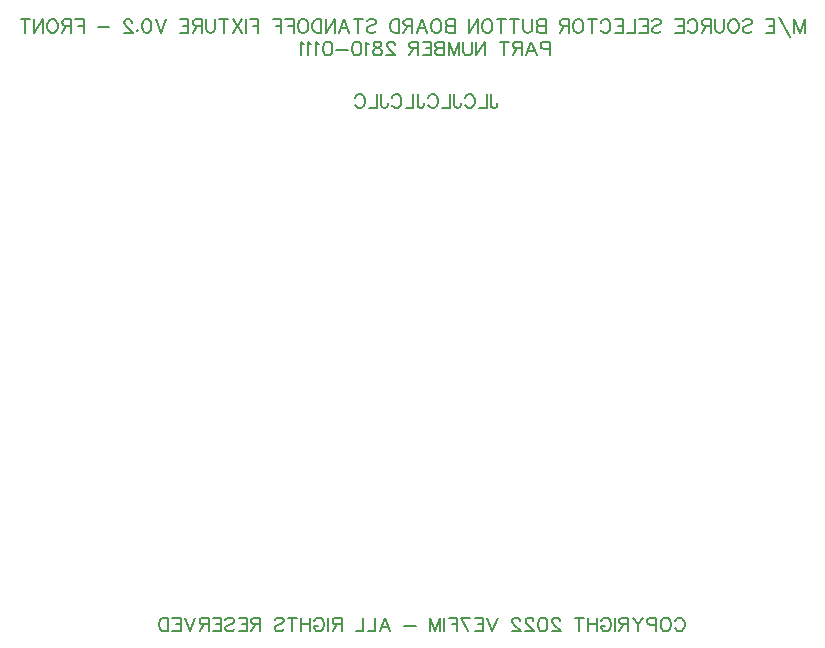
<source format=gbo>
G04 Layer: BottomSilkscreenLayer*
G04 EasyEDA v6.5.29, 2023-07-16 15:11:24*
G04 de9d243bdfbd4483b0fbc0b5f9d5b24a,5a6b42c53f6a479593ecc07194224c93,10*
G04 Gerber Generator version 0.2*
G04 Scale: 100 percent, Rotated: No, Reflected: No *
G04 Dimensions in millimeters *
G04 leading zeros omitted , absolute positions ,4 integer and 5 decimal *
%FSLAX45Y45*%
%MOMM*%

%ADD10C,0.2032*%
%ADD11C,0.2030*%

%LPD*%
D10*
X7810500Y9823889D02*
G01*
X7810500Y9709345D01*
X7810500Y9823889D02*
G01*
X7766862Y9709345D01*
X7723228Y9823889D02*
G01*
X7766862Y9709345D01*
X7723228Y9823889D02*
G01*
X7723228Y9709345D01*
X7589045Y9845708D02*
G01*
X7687228Y9671164D01*
X7553045Y9823889D02*
G01*
X7553045Y9709345D01*
X7553045Y9823889D02*
G01*
X7482136Y9823889D01*
X7553045Y9769345D02*
G01*
X7509410Y9769345D01*
X7553045Y9709345D02*
G01*
X7482136Y9709345D01*
X7285774Y9807526D02*
G01*
X7296683Y9818436D01*
X7313046Y9823889D01*
X7334864Y9823889D01*
X7351227Y9818436D01*
X7362136Y9807526D01*
X7362136Y9796617D01*
X7356683Y9785708D01*
X7351227Y9780254D01*
X7340318Y9774799D01*
X7307592Y9763889D01*
X7296683Y9758436D01*
X7291227Y9752982D01*
X7285774Y9742073D01*
X7285774Y9725708D01*
X7296683Y9714799D01*
X7313046Y9709345D01*
X7334864Y9709345D01*
X7351227Y9714799D01*
X7362136Y9725708D01*
X7217046Y9823889D02*
G01*
X7227956Y9818436D01*
X7238865Y9807526D01*
X7244318Y9796617D01*
X7249774Y9780254D01*
X7249774Y9752982D01*
X7244318Y9736617D01*
X7238865Y9725708D01*
X7227956Y9714799D01*
X7217046Y9709345D01*
X7195228Y9709345D01*
X7184318Y9714799D01*
X7173409Y9725708D01*
X7167956Y9736617D01*
X7162500Y9752982D01*
X7162500Y9780254D01*
X7167956Y9796617D01*
X7173409Y9807526D01*
X7184318Y9818436D01*
X7195228Y9823889D01*
X7217046Y9823889D01*
X7126500Y9823889D02*
G01*
X7126500Y9742073D01*
X7121047Y9725708D01*
X7110138Y9714799D01*
X7093772Y9709345D01*
X7082866Y9709345D01*
X7066500Y9714799D01*
X7055591Y9725708D01*
X7050138Y9742073D01*
X7050138Y9823889D01*
X7014138Y9823889D02*
G01*
X7014138Y9709345D01*
X7014138Y9823889D02*
G01*
X6965048Y9823889D01*
X6948683Y9818436D01*
X6943229Y9812982D01*
X6937773Y9802073D01*
X6937773Y9791164D01*
X6943229Y9780254D01*
X6948683Y9774799D01*
X6965048Y9769345D01*
X7014138Y9769345D01*
X6975955Y9769345D02*
G01*
X6937773Y9709345D01*
X6819955Y9796617D02*
G01*
X6825411Y9807526D01*
X6836321Y9818436D01*
X6847230Y9823889D01*
X6869046Y9823889D01*
X6879955Y9818436D01*
X6890865Y9807526D01*
X6896320Y9796617D01*
X6901774Y9780254D01*
X6901774Y9752982D01*
X6896320Y9736617D01*
X6890865Y9725708D01*
X6879955Y9714799D01*
X6869046Y9709345D01*
X6847230Y9709345D01*
X6836321Y9714799D01*
X6825411Y9725708D01*
X6819955Y9736617D01*
X6783956Y9823889D02*
G01*
X6783956Y9709345D01*
X6783956Y9823889D02*
G01*
X6713047Y9823889D01*
X6783956Y9769345D02*
G01*
X6740319Y9769345D01*
X6783956Y9709345D02*
G01*
X6713047Y9709345D01*
X6516684Y9807526D02*
G01*
X6527594Y9818436D01*
X6543956Y9823889D01*
X6565775Y9823889D01*
X6582138Y9818436D01*
X6593047Y9807526D01*
X6593047Y9796617D01*
X6587594Y9785708D01*
X6582138Y9780254D01*
X6571228Y9774799D01*
X6538503Y9763889D01*
X6527594Y9758436D01*
X6522138Y9752982D01*
X6516684Y9742073D01*
X6516684Y9725708D01*
X6527594Y9714799D01*
X6543956Y9709345D01*
X6565775Y9709345D01*
X6582138Y9714799D01*
X6593047Y9725708D01*
X6480685Y9823889D02*
G01*
X6480685Y9709345D01*
X6480685Y9823889D02*
G01*
X6409776Y9823889D01*
X6480685Y9769345D02*
G01*
X6437048Y9769345D01*
X6480685Y9709345D02*
G01*
X6409776Y9709345D01*
X6373774Y9823889D02*
G01*
X6373774Y9709345D01*
X6373774Y9709345D02*
G01*
X6308321Y9709345D01*
X6272321Y9823889D02*
G01*
X6272321Y9709345D01*
X6272321Y9823889D02*
G01*
X6201412Y9823889D01*
X6272321Y9769345D02*
G01*
X6228684Y9769345D01*
X6272321Y9709345D02*
G01*
X6201412Y9709345D01*
X6083594Y9796617D02*
G01*
X6089048Y9807526D01*
X6099957Y9818436D01*
X6110866Y9823889D01*
X6132685Y9823889D01*
X6143594Y9818436D01*
X6154503Y9807526D01*
X6159957Y9796617D01*
X6165413Y9780254D01*
X6165413Y9752982D01*
X6159957Y9736617D01*
X6154503Y9725708D01*
X6143594Y9714799D01*
X6132685Y9709345D01*
X6110866Y9709345D01*
X6099957Y9714799D01*
X6089048Y9725708D01*
X6083594Y9736617D01*
X6009413Y9823889D02*
G01*
X6009413Y9709345D01*
X6047595Y9823889D02*
G01*
X5971230Y9823889D01*
X5902502Y9823889D02*
G01*
X5913412Y9818436D01*
X5924321Y9807526D01*
X5929777Y9796617D01*
X5935230Y9780254D01*
X5935230Y9752982D01*
X5929777Y9736617D01*
X5924321Y9725708D01*
X5913412Y9714799D01*
X5902502Y9709345D01*
X5880686Y9709345D01*
X5869777Y9714799D01*
X5858868Y9725708D01*
X5853412Y9736617D01*
X5847958Y9752982D01*
X5847958Y9780254D01*
X5853412Y9796617D01*
X5858868Y9807526D01*
X5869777Y9818436D01*
X5880686Y9823889D01*
X5902502Y9823889D01*
X5811959Y9823889D02*
G01*
X5811959Y9709345D01*
X5811959Y9823889D02*
G01*
X5762868Y9823889D01*
X5746503Y9818436D01*
X5741050Y9812982D01*
X5735594Y9802073D01*
X5735594Y9791164D01*
X5741050Y9780254D01*
X5746503Y9774799D01*
X5762868Y9769345D01*
X5811959Y9769345D01*
X5773775Y9769345D02*
G01*
X5735594Y9709345D01*
X5615594Y9823889D02*
G01*
X5615594Y9709345D01*
X5615594Y9823889D02*
G01*
X5566503Y9823889D01*
X5550141Y9818436D01*
X5544685Y9812982D01*
X5539231Y9802073D01*
X5539231Y9791164D01*
X5544685Y9780254D01*
X5550141Y9774799D01*
X5566503Y9769345D01*
X5615594Y9769345D02*
G01*
X5566503Y9769345D01*
X5550141Y9763889D01*
X5544685Y9758436D01*
X5539231Y9747526D01*
X5539231Y9731164D01*
X5544685Y9720254D01*
X5550141Y9714799D01*
X5566503Y9709345D01*
X5615594Y9709345D01*
X5503232Y9823889D02*
G01*
X5503232Y9742073D01*
X5497776Y9725708D01*
X5486867Y9714799D01*
X5470504Y9709345D01*
X5459595Y9709345D01*
X5443232Y9714799D01*
X5432323Y9725708D01*
X5426867Y9742073D01*
X5426867Y9823889D01*
X5352686Y9823889D02*
G01*
X5352686Y9709345D01*
X5390868Y9823889D02*
G01*
X5314505Y9823889D01*
X5240322Y9823889D02*
G01*
X5240322Y9709345D01*
X5278506Y9823889D02*
G01*
X5202140Y9823889D01*
X5133413Y9823889D02*
G01*
X5144322Y9818436D01*
X5155232Y9807526D01*
X5160688Y9796617D01*
X5166141Y9780254D01*
X5166141Y9752982D01*
X5160688Y9736617D01*
X5155232Y9725708D01*
X5144322Y9714799D01*
X5133413Y9709345D01*
X5111595Y9709345D01*
X5100688Y9714799D01*
X5089779Y9725708D01*
X5084323Y9736617D01*
X5078869Y9752982D01*
X5078869Y9780254D01*
X5084323Y9796617D01*
X5089779Y9807526D01*
X5100688Y9818436D01*
X5111595Y9823889D01*
X5133413Y9823889D01*
X5042870Y9823889D02*
G01*
X5042870Y9709345D01*
X5042870Y9823889D02*
G01*
X4966505Y9709345D01*
X4966505Y9823889D02*
G01*
X4966505Y9709345D01*
X4846505Y9823889D02*
G01*
X4846505Y9709345D01*
X4846505Y9823889D02*
G01*
X4797414Y9823889D01*
X4781052Y9818436D01*
X4775596Y9812982D01*
X4770142Y9802073D01*
X4770142Y9791164D01*
X4775596Y9780254D01*
X4781052Y9774799D01*
X4797414Y9769345D01*
X4846505Y9769345D02*
G01*
X4797414Y9769345D01*
X4781052Y9763889D01*
X4775596Y9758436D01*
X4770142Y9747526D01*
X4770142Y9731164D01*
X4775596Y9720254D01*
X4781052Y9714799D01*
X4797414Y9709345D01*
X4846505Y9709345D01*
X4701415Y9823889D02*
G01*
X4712324Y9818436D01*
X4723234Y9807526D01*
X4728687Y9796617D01*
X4734143Y9780254D01*
X4734143Y9752982D01*
X4728687Y9736617D01*
X4723234Y9725708D01*
X4712324Y9714799D01*
X4701415Y9709345D01*
X4679596Y9709345D01*
X4668687Y9714799D01*
X4657778Y9725708D01*
X4652324Y9736617D01*
X4646869Y9752982D01*
X4646869Y9780254D01*
X4652324Y9796617D01*
X4657778Y9807526D01*
X4668687Y9818436D01*
X4679596Y9823889D01*
X4701415Y9823889D01*
X4567234Y9823889D02*
G01*
X4610869Y9709345D01*
X4567234Y9823889D02*
G01*
X4523597Y9709345D01*
X4594506Y9747526D02*
G01*
X4539960Y9747526D01*
X4487598Y9823889D02*
G01*
X4487598Y9709345D01*
X4487598Y9823889D02*
G01*
X4438507Y9823889D01*
X4422142Y9818436D01*
X4416689Y9812982D01*
X4411233Y9802073D01*
X4411233Y9791164D01*
X4416689Y9780254D01*
X4422142Y9774799D01*
X4438507Y9769345D01*
X4487598Y9769345D01*
X4449417Y9769345D02*
G01*
X4411233Y9709345D01*
X4375233Y9823889D02*
G01*
X4375233Y9709345D01*
X4375233Y9823889D02*
G01*
X4337052Y9823889D01*
X4320689Y9818436D01*
X4309780Y9807526D01*
X4304324Y9796617D01*
X4298871Y9780254D01*
X4298871Y9752982D01*
X4304324Y9736617D01*
X4309780Y9725708D01*
X4320689Y9714799D01*
X4337052Y9709345D01*
X4375233Y9709345D01*
X4102506Y9807526D02*
G01*
X4113415Y9818436D01*
X4129780Y9823889D01*
X4151596Y9823889D01*
X4167962Y9818436D01*
X4178871Y9807526D01*
X4178871Y9796617D01*
X4173415Y9785708D01*
X4167962Y9780254D01*
X4157052Y9774799D01*
X4124325Y9763889D01*
X4113415Y9758436D01*
X4107962Y9752982D01*
X4102506Y9742073D01*
X4102506Y9725708D01*
X4113415Y9714799D01*
X4129780Y9709345D01*
X4151596Y9709345D01*
X4167962Y9714799D01*
X4178871Y9725708D01*
X4028325Y9823889D02*
G01*
X4028325Y9709345D01*
X4066506Y9823889D02*
G01*
X3990144Y9823889D01*
X3910507Y9823889D02*
G01*
X3954145Y9709345D01*
X3910507Y9823889D02*
G01*
X3866870Y9709345D01*
X3937779Y9747526D02*
G01*
X3883235Y9747526D01*
X3830871Y9823889D02*
G01*
X3830871Y9709345D01*
X3830871Y9823889D02*
G01*
X3754508Y9709345D01*
X3754508Y9823889D02*
G01*
X3754508Y9709345D01*
X3718509Y9823889D02*
G01*
X3718509Y9709345D01*
X3718509Y9823889D02*
G01*
X3680325Y9823889D01*
X3663962Y9818436D01*
X3653053Y9807526D01*
X3647600Y9796617D01*
X3642144Y9780254D01*
X3642144Y9752982D01*
X3647600Y9736617D01*
X3653053Y9725708D01*
X3663962Y9714799D01*
X3680325Y9709345D01*
X3718509Y9709345D01*
X3573416Y9823889D02*
G01*
X3584326Y9818436D01*
X3595235Y9807526D01*
X3600691Y9796617D01*
X3606144Y9780254D01*
X3606144Y9752982D01*
X3600691Y9736617D01*
X3595235Y9725708D01*
X3584326Y9714799D01*
X3573416Y9709345D01*
X3551598Y9709345D01*
X3540691Y9714799D01*
X3529782Y9725708D01*
X3524326Y9736617D01*
X3518872Y9752982D01*
X3518872Y9780254D01*
X3524326Y9796617D01*
X3529782Y9807526D01*
X3540691Y9818436D01*
X3551598Y9823889D01*
X3573416Y9823889D01*
X3482873Y9823889D02*
G01*
X3482873Y9709345D01*
X3482873Y9823889D02*
G01*
X3411964Y9823889D01*
X3482873Y9769345D02*
G01*
X3439236Y9769345D01*
X3375962Y9823889D02*
G01*
X3375962Y9709345D01*
X3375962Y9823889D02*
G01*
X3305055Y9823889D01*
X3375962Y9769345D02*
G01*
X3332327Y9769345D01*
X3185055Y9823889D02*
G01*
X3185055Y9709345D01*
X3185055Y9823889D02*
G01*
X3114146Y9823889D01*
X3185055Y9769345D02*
G01*
X3141418Y9769345D01*
X3078144Y9823889D02*
G01*
X3078144Y9709345D01*
X3042145Y9823889D02*
G01*
X2965782Y9709345D01*
X2965782Y9823889D02*
G01*
X3042145Y9709345D01*
X2891599Y9823889D02*
G01*
X2891599Y9709345D01*
X2929783Y9823889D02*
G01*
X2853418Y9823889D01*
X2817418Y9823889D02*
G01*
X2817418Y9742073D01*
X2811965Y9725708D01*
X2801056Y9714799D01*
X2784690Y9709345D01*
X2773781Y9709345D01*
X2757418Y9714799D01*
X2746509Y9725708D01*
X2741056Y9742073D01*
X2741056Y9823889D01*
X2705056Y9823889D02*
G01*
X2705056Y9709345D01*
X2705056Y9823889D02*
G01*
X2655963Y9823889D01*
X2639601Y9818436D01*
X2634147Y9812982D01*
X2628691Y9802073D01*
X2628691Y9791164D01*
X2634147Y9780254D01*
X2639601Y9774799D01*
X2655963Y9769345D01*
X2705056Y9769345D01*
X2666872Y9769345D02*
G01*
X2628691Y9709345D01*
X2592692Y9823889D02*
G01*
X2592692Y9709345D01*
X2592692Y9823889D02*
G01*
X2521783Y9823889D01*
X2592692Y9769345D02*
G01*
X2549055Y9769345D01*
X2592692Y9709345D02*
G01*
X2521783Y9709345D01*
X2401783Y9823889D02*
G01*
X2358146Y9709345D01*
X2314511Y9823889D02*
G01*
X2358146Y9709345D01*
X2245784Y9823889D02*
G01*
X2262146Y9818436D01*
X2273056Y9802073D01*
X2278512Y9774799D01*
X2278512Y9758436D01*
X2273056Y9731164D01*
X2262146Y9714799D01*
X2245784Y9709345D01*
X2234874Y9709345D01*
X2218512Y9714799D01*
X2207602Y9731164D01*
X2202146Y9758436D01*
X2202146Y9774799D01*
X2207602Y9802073D01*
X2218512Y9818436D01*
X2234874Y9823889D01*
X2245784Y9823889D01*
X2160694Y9736617D02*
G01*
X2166147Y9731164D01*
X2160694Y9725708D01*
X2155238Y9731164D01*
X2160694Y9736617D01*
X2113782Y9796617D02*
G01*
X2113782Y9802073D01*
X2108329Y9812982D01*
X2102876Y9818436D01*
X2091966Y9823889D01*
X2070148Y9823889D01*
X2059238Y9818436D01*
X2053783Y9812982D01*
X2048329Y9802073D01*
X2048329Y9791164D01*
X2053783Y9780254D01*
X2064692Y9763889D01*
X2119238Y9709345D01*
X2042876Y9709345D01*
X1922876Y9758436D02*
G01*
X1824692Y9758436D01*
X1704693Y9823889D02*
G01*
X1704693Y9709345D01*
X1704693Y9823889D02*
G01*
X1633783Y9823889D01*
X1704693Y9769345D02*
G01*
X1661058Y9769345D01*
X1597784Y9823889D02*
G01*
X1597784Y9709345D01*
X1597784Y9823889D02*
G01*
X1548693Y9823889D01*
X1532331Y9818436D01*
X1526875Y9812982D01*
X1521421Y9802073D01*
X1521421Y9791164D01*
X1526875Y9780254D01*
X1532331Y9774799D01*
X1548693Y9769345D01*
X1597784Y9769345D01*
X1559603Y9769345D02*
G01*
X1521421Y9709345D01*
X1452694Y9823889D02*
G01*
X1463603Y9818436D01*
X1474513Y9807526D01*
X1479966Y9796617D01*
X1485422Y9780254D01*
X1485422Y9752982D01*
X1479966Y9736617D01*
X1474513Y9725708D01*
X1463603Y9714799D01*
X1452694Y9709345D01*
X1430875Y9709345D01*
X1419966Y9714799D01*
X1409057Y9725708D01*
X1403604Y9736617D01*
X1398148Y9752982D01*
X1398148Y9780254D01*
X1403604Y9796617D01*
X1409057Y9807526D01*
X1419966Y9818436D01*
X1430875Y9823889D01*
X1452694Y9823889D01*
X1362148Y9823889D02*
G01*
X1362148Y9709345D01*
X1362148Y9823889D02*
G01*
X1285786Y9709345D01*
X1285786Y9823889D02*
G01*
X1285786Y9709345D01*
X1211602Y9823889D02*
G01*
X1211602Y9709345D01*
X1249786Y9823889D02*
G01*
X1173421Y9823889D01*
X5152390Y9188958D02*
G01*
X5152390Y9101581D01*
X5157977Y9085326D01*
X5163311Y9079737D01*
X5174234Y9074404D01*
X5185156Y9074404D01*
X5196077Y9079737D01*
X5201665Y9085326D01*
X5207000Y9101581D01*
X5207000Y9112504D01*
X5116575Y9188958D02*
G01*
X5116575Y9074404D01*
X5116575Y9074404D02*
G01*
X5051043Y9074404D01*
X4933188Y9161526D02*
G01*
X4938522Y9172447D01*
X4949443Y9183370D01*
X4960365Y9188958D01*
X4982209Y9188958D01*
X4993131Y9183370D01*
X5004054Y9172447D01*
X5009641Y9161526D01*
X5014975Y9145270D01*
X5014975Y9118092D01*
X5009641Y9101581D01*
X5004054Y9090660D01*
X4993131Y9079737D01*
X4982209Y9074404D01*
X4960365Y9074404D01*
X4949443Y9079737D01*
X4938522Y9090660D01*
X4933188Y9101581D01*
X4842763Y9188958D02*
G01*
X4842763Y9101581D01*
X4848097Y9085326D01*
X4853431Y9079737D01*
X4864354Y9074404D01*
X4875275Y9074404D01*
X4886197Y9079737D01*
X4891786Y9085326D01*
X4897120Y9101581D01*
X4897120Y9112504D01*
X4806695Y9188958D02*
G01*
X4806695Y9074404D01*
X4806695Y9074404D02*
G01*
X4741163Y9074404D01*
X4623308Y9161526D02*
G01*
X4628895Y9172447D01*
X4639818Y9183370D01*
X4650740Y9188958D01*
X4672329Y9188958D01*
X4683252Y9183370D01*
X4694174Y9172447D01*
X4699761Y9161526D01*
X4705095Y9145270D01*
X4705095Y9118092D01*
X4699761Y9101581D01*
X4694174Y9090660D01*
X4683252Y9079737D01*
X4672329Y9074404D01*
X4650740Y9074404D01*
X4639818Y9079737D01*
X4628895Y9090660D01*
X4623308Y9101581D01*
X4532884Y9188958D02*
G01*
X4532884Y9101581D01*
X4538218Y9085326D01*
X4543806Y9079737D01*
X4554727Y9074404D01*
X4565650Y9074404D01*
X4576572Y9079737D01*
X4581906Y9085326D01*
X4587240Y9101581D01*
X4587240Y9112504D01*
X4496815Y9188958D02*
G01*
X4496815Y9074404D01*
X4496815Y9074404D02*
G01*
X4431284Y9074404D01*
X4313427Y9161526D02*
G01*
X4319015Y9172447D01*
X4329938Y9183370D01*
X4340859Y9188958D01*
X4362704Y9188958D01*
X4373625Y9183370D01*
X4384547Y9172447D01*
X4389881Y9161526D01*
X4395470Y9145270D01*
X4395470Y9118092D01*
X4389881Y9101581D01*
X4384547Y9090660D01*
X4373625Y9079737D01*
X4362704Y9074404D01*
X4340859Y9074404D01*
X4329938Y9079737D01*
X4319015Y9090660D01*
X4313427Y9101581D01*
X4223004Y9188958D02*
G01*
X4223004Y9101581D01*
X4228338Y9085326D01*
X4233925Y9079737D01*
X4244847Y9074404D01*
X4255770Y9074404D01*
X4266691Y9079737D01*
X4272025Y9085326D01*
X4277613Y9101581D01*
X4277613Y9112504D01*
X4186936Y9188958D02*
G01*
X4186936Y9074404D01*
X4186936Y9074404D02*
G01*
X4121658Y9074404D01*
X4003802Y9161526D02*
G01*
X4009136Y9172447D01*
X4020058Y9183370D01*
X4030979Y9188958D01*
X4052824Y9188958D01*
X4063745Y9183370D01*
X4074668Y9172447D01*
X4080002Y9161526D01*
X4085590Y9145270D01*
X4085590Y9118092D01*
X4080002Y9101581D01*
X4074668Y9090660D01*
X4063745Y9079737D01*
X4052824Y9074404D01*
X4030979Y9074404D01*
X4020058Y9079737D01*
X4009136Y9090660D01*
X4003802Y9101581D01*
D11*
X6712681Y4729317D02*
G01*
X6718137Y4740226D01*
X6729046Y4751136D01*
X6739953Y4756589D01*
X6761772Y4756589D01*
X6772681Y4751136D01*
X6783590Y4740226D01*
X6789046Y4729317D01*
X6794500Y4712954D01*
X6794500Y4685682D01*
X6789046Y4669317D01*
X6783590Y4658408D01*
X6772681Y4647498D01*
X6761772Y4642045D01*
X6739953Y4642045D01*
X6729046Y4647498D01*
X6718137Y4658408D01*
X6712681Y4669317D01*
X6643954Y4756589D02*
G01*
X6654863Y4751136D01*
X6665772Y4740226D01*
X6671228Y4729317D01*
X6676682Y4712954D01*
X6676682Y4685682D01*
X6671228Y4669317D01*
X6665772Y4658408D01*
X6654863Y4647498D01*
X6643954Y4642045D01*
X6622135Y4642045D01*
X6611228Y4647498D01*
X6600319Y4658408D01*
X6594863Y4669317D01*
X6589410Y4685682D01*
X6589410Y4712954D01*
X6594863Y4729317D01*
X6600319Y4740226D01*
X6611228Y4751136D01*
X6622135Y4756589D01*
X6643954Y4756589D01*
X6553410Y4756589D02*
G01*
X6553410Y4642045D01*
X6553410Y4756589D02*
G01*
X6504317Y4756589D01*
X6487955Y4751136D01*
X6482501Y4745682D01*
X6477045Y4734773D01*
X6477045Y4718408D01*
X6482501Y4707498D01*
X6487955Y4702045D01*
X6504317Y4696589D01*
X6553410Y4696589D01*
X6441046Y4756589D02*
G01*
X6397409Y4702045D01*
X6397409Y4642045D01*
X6353774Y4756589D02*
G01*
X6397409Y4702045D01*
X6317772Y4756589D02*
G01*
X6317772Y4642045D01*
X6317772Y4756589D02*
G01*
X6268681Y4756589D01*
X6252319Y4751136D01*
X6246865Y4745682D01*
X6241409Y4734773D01*
X6241409Y4723864D01*
X6246865Y4712954D01*
X6252319Y4707498D01*
X6268681Y4702045D01*
X6317772Y4702045D01*
X6279591Y4702045D02*
G01*
X6241409Y4642045D01*
X6205410Y4756589D02*
G01*
X6205410Y4642045D01*
X6087592Y4729317D02*
G01*
X6093045Y4740226D01*
X6103955Y4751136D01*
X6114864Y4756589D01*
X6136683Y4756589D01*
X6147592Y4751136D01*
X6158501Y4740226D01*
X6163955Y4729317D01*
X6169411Y4712954D01*
X6169411Y4685682D01*
X6163955Y4669317D01*
X6158501Y4658408D01*
X6147592Y4647498D01*
X6136683Y4642045D01*
X6114864Y4642045D01*
X6103955Y4647498D01*
X6093045Y4658408D01*
X6087592Y4669317D01*
X6087592Y4685682D01*
X6114864Y4685682D02*
G01*
X6087592Y4685682D01*
X6051593Y4756589D02*
G01*
X6051593Y4642045D01*
X5975228Y4756589D02*
G01*
X5975228Y4642045D01*
X6051593Y4702045D02*
G01*
X5975228Y4702045D01*
X5901047Y4756589D02*
G01*
X5901047Y4642045D01*
X5939228Y4756589D02*
G01*
X5862866Y4756589D01*
X5737410Y4729317D02*
G01*
X5737410Y4734773D01*
X5731957Y4745682D01*
X5726501Y4751136D01*
X5715591Y4756589D01*
X5693775Y4756589D01*
X5682866Y4751136D01*
X5677410Y4745682D01*
X5671957Y4734773D01*
X5671957Y4723864D01*
X5677410Y4712954D01*
X5688319Y4696589D01*
X5742866Y4642045D01*
X5666501Y4642045D01*
X5597773Y4756589D02*
G01*
X5614139Y4751136D01*
X5625048Y4734773D01*
X5630501Y4707498D01*
X5630501Y4691136D01*
X5625048Y4663864D01*
X5614139Y4647498D01*
X5597773Y4642045D01*
X5586867Y4642045D01*
X5570501Y4647498D01*
X5559592Y4663864D01*
X5554139Y4691136D01*
X5554139Y4707498D01*
X5559592Y4734773D01*
X5570501Y4751136D01*
X5586867Y4756589D01*
X5597773Y4756589D01*
X5512683Y4729317D02*
G01*
X5512683Y4734773D01*
X5507230Y4745682D01*
X5501774Y4751136D01*
X5490865Y4756589D01*
X5469049Y4756589D01*
X5458139Y4751136D01*
X5452684Y4745682D01*
X5447230Y4734773D01*
X5447230Y4723864D01*
X5452684Y4712954D01*
X5463593Y4696589D01*
X5518139Y4642045D01*
X5441774Y4642045D01*
X5400321Y4729317D02*
G01*
X5400321Y4734773D01*
X5394866Y4745682D01*
X5389412Y4751136D01*
X5378503Y4756589D01*
X5356684Y4756589D01*
X5345775Y4751136D01*
X5340322Y4745682D01*
X5334866Y4734773D01*
X5334866Y4723864D01*
X5340322Y4712954D01*
X5351231Y4696589D01*
X5405775Y4642045D01*
X5329412Y4642045D01*
X5209413Y4756589D02*
G01*
X5165775Y4642045D01*
X5122138Y4756589D02*
G01*
X5165775Y4642045D01*
X5086139Y4756589D02*
G01*
X5086139Y4642045D01*
X5086139Y4756589D02*
G01*
X5015229Y4756589D01*
X5086139Y4702045D02*
G01*
X5042504Y4702045D01*
X5086139Y4642045D02*
G01*
X5015229Y4642045D01*
X4902868Y4756589D02*
G01*
X4957411Y4642045D01*
X4979230Y4756589D02*
G01*
X4902868Y4756589D01*
X4866868Y4756589D02*
G01*
X4866868Y4642045D01*
X4866868Y4756589D02*
G01*
X4795959Y4756589D01*
X4866868Y4702045D02*
G01*
X4823231Y4702045D01*
X4759957Y4756589D02*
G01*
X4759957Y4642045D01*
X4723958Y4756589D02*
G01*
X4723958Y4642045D01*
X4723958Y4756589D02*
G01*
X4680323Y4642045D01*
X4636686Y4756589D02*
G01*
X4680323Y4642045D01*
X4636686Y4756589D02*
G01*
X4636686Y4642045D01*
X4516686Y4691136D02*
G01*
X4418505Y4691136D01*
X4254868Y4756589D02*
G01*
X4298505Y4642045D01*
X4254868Y4756589D02*
G01*
X4211233Y4642045D01*
X4282140Y4680226D02*
G01*
X4227596Y4680226D01*
X4175231Y4756589D02*
G01*
X4175231Y4642045D01*
X4175231Y4642045D02*
G01*
X4109778Y4642045D01*
X4073779Y4756589D02*
G01*
X4073779Y4642045D01*
X4073779Y4642045D02*
G01*
X4008323Y4642045D01*
X3888323Y4756589D02*
G01*
X3888323Y4642045D01*
X3888323Y4756589D02*
G01*
X3839232Y4756589D01*
X3822870Y4751136D01*
X3817414Y4745682D01*
X3811960Y4734773D01*
X3811960Y4723864D01*
X3817414Y4712954D01*
X3822870Y4707498D01*
X3839232Y4702045D01*
X3888323Y4702045D01*
X3850142Y4702045D02*
G01*
X3811960Y4642045D01*
X3775961Y4756589D02*
G01*
X3775961Y4642045D01*
X3658143Y4729317D02*
G01*
X3663596Y4740226D01*
X3674506Y4751136D01*
X3685415Y4756589D01*
X3707234Y4756589D01*
X3718143Y4751136D01*
X3729052Y4740226D01*
X3734506Y4729317D01*
X3739959Y4712954D01*
X3739959Y4685682D01*
X3734506Y4669317D01*
X3729052Y4658408D01*
X3718143Y4647498D01*
X3707234Y4642045D01*
X3685415Y4642045D01*
X3674506Y4647498D01*
X3663596Y4658408D01*
X3658143Y4669317D01*
X3658143Y4685682D01*
X3685415Y4685682D02*
G01*
X3658143Y4685682D01*
X3622141Y4756589D02*
G01*
X3622141Y4642045D01*
X3545779Y4756589D02*
G01*
X3545779Y4642045D01*
X3622141Y4702045D02*
G01*
X3545779Y4702045D01*
X3471598Y4756589D02*
G01*
X3471598Y4642045D01*
X3509779Y4756589D02*
G01*
X3433417Y4756589D01*
X3321052Y4740226D02*
G01*
X3331961Y4751136D01*
X3348324Y4756589D01*
X3370143Y4756589D01*
X3386505Y4751136D01*
X3397415Y4740226D01*
X3397415Y4729317D01*
X3391961Y4718408D01*
X3386505Y4712954D01*
X3375596Y4707498D01*
X3342871Y4696589D01*
X3331961Y4691136D01*
X3326505Y4685682D01*
X3321052Y4674773D01*
X3321052Y4658408D01*
X3331961Y4647498D01*
X3348324Y4642045D01*
X3370143Y4642045D01*
X3386505Y4647498D01*
X3397415Y4658408D01*
X3201052Y4756589D02*
G01*
X3201052Y4642045D01*
X3201052Y4756589D02*
G01*
X3151962Y4756589D01*
X3135596Y4751136D01*
X3130143Y4745682D01*
X3124690Y4734773D01*
X3124690Y4723864D01*
X3130143Y4712954D01*
X3135596Y4707498D01*
X3151962Y4702045D01*
X3201052Y4702045D01*
X3162871Y4702045D02*
G01*
X3124690Y4642045D01*
X3088688Y4756589D02*
G01*
X3088688Y4642045D01*
X3088688Y4756589D02*
G01*
X3017779Y4756589D01*
X3088688Y4702045D02*
G01*
X3045053Y4702045D01*
X3088688Y4642045D02*
G01*
X3017779Y4642045D01*
X2905417Y4740226D02*
G01*
X2916326Y4751136D01*
X2932689Y4756589D01*
X2954507Y4756589D01*
X2970870Y4751136D01*
X2981779Y4740226D01*
X2981779Y4729317D01*
X2976326Y4718408D01*
X2970870Y4712954D01*
X2959961Y4707498D01*
X2927235Y4696589D01*
X2916326Y4691136D01*
X2910870Y4685682D01*
X2905417Y4674773D01*
X2905417Y4658408D01*
X2916326Y4647498D01*
X2932689Y4642045D01*
X2954507Y4642045D01*
X2970870Y4647498D01*
X2981779Y4658408D01*
X2869417Y4756589D02*
G01*
X2869417Y4642045D01*
X2869417Y4756589D02*
G01*
X2798508Y4756589D01*
X2869417Y4702045D02*
G01*
X2825780Y4702045D01*
X2869417Y4642045D02*
G01*
X2798508Y4642045D01*
X2762509Y4756589D02*
G01*
X2762509Y4642045D01*
X2762509Y4756589D02*
G01*
X2713418Y4756589D01*
X2697053Y4751136D01*
X2691599Y4745682D01*
X2686143Y4734773D01*
X2686143Y4723864D01*
X2691599Y4712954D01*
X2697053Y4707498D01*
X2713418Y4702045D01*
X2762509Y4702045D01*
X2724325Y4702045D02*
G01*
X2686143Y4642045D01*
X2650144Y4756589D02*
G01*
X2606507Y4642045D01*
X2562872Y4756589D02*
G01*
X2606507Y4642045D01*
X2526873Y4756589D02*
G01*
X2526873Y4642045D01*
X2526873Y4756589D02*
G01*
X2455964Y4756589D01*
X2526873Y4702045D02*
G01*
X2483236Y4702045D01*
X2526873Y4642045D02*
G01*
X2455964Y4642045D01*
X2419962Y4756589D02*
G01*
X2419962Y4642045D01*
X2419962Y4756589D02*
G01*
X2381780Y4756589D01*
X2365418Y4751136D01*
X2354508Y4740226D01*
X2349055Y4729317D01*
X2343599Y4712954D01*
X2343599Y4685682D01*
X2349055Y4669317D01*
X2354508Y4658408D01*
X2365418Y4647498D01*
X2381780Y4642045D01*
X2419962Y4642045D01*
D10*
X5651500Y9633389D02*
G01*
X5651500Y9518845D01*
X5651500Y9633389D02*
G01*
X5602409Y9633389D01*
X5586046Y9627936D01*
X5580590Y9622482D01*
X5575137Y9611573D01*
X5575137Y9595208D01*
X5580590Y9584298D01*
X5586046Y9578845D01*
X5602409Y9573389D01*
X5651500Y9573389D01*
X5495500Y9633389D02*
G01*
X5539135Y9518845D01*
X5495500Y9633389D02*
G01*
X5451863Y9518845D01*
X5522772Y9557026D02*
G01*
X5468228Y9557026D01*
X5415864Y9633389D02*
G01*
X5415864Y9518845D01*
X5415864Y9633389D02*
G01*
X5366773Y9633389D01*
X5350410Y9627936D01*
X5344955Y9622482D01*
X5339501Y9611573D01*
X5339501Y9600664D01*
X5344955Y9589754D01*
X5350410Y9584298D01*
X5366773Y9578845D01*
X5415864Y9578845D01*
X5377682Y9578845D02*
G01*
X5339501Y9518845D01*
X5265318Y9633389D02*
G01*
X5265318Y9518845D01*
X5303499Y9633389D02*
G01*
X5227137Y9633389D01*
X5107137Y9633389D02*
G01*
X5107137Y9518845D01*
X5107137Y9633389D02*
G01*
X5030774Y9518845D01*
X5030774Y9633389D02*
G01*
X5030774Y9518845D01*
X4994772Y9633389D02*
G01*
X4994772Y9551573D01*
X4989319Y9535208D01*
X4978410Y9524298D01*
X4962047Y9518845D01*
X4951138Y9518845D01*
X4934772Y9524298D01*
X4923866Y9535208D01*
X4918410Y9551573D01*
X4918410Y9633389D01*
X4882410Y9633389D02*
G01*
X4882410Y9518845D01*
X4882410Y9633389D02*
G01*
X4838773Y9518845D01*
X4795138Y9633389D02*
G01*
X4838773Y9518845D01*
X4795138Y9633389D02*
G01*
X4795138Y9518845D01*
X4759137Y9633389D02*
G01*
X4759137Y9518845D01*
X4759137Y9633389D02*
G01*
X4710046Y9633389D01*
X4693683Y9627936D01*
X4688230Y9622482D01*
X4682774Y9611573D01*
X4682774Y9600664D01*
X4688230Y9589754D01*
X4693683Y9584298D01*
X4710046Y9578845D01*
X4759137Y9578845D02*
G01*
X4710046Y9578845D01*
X4693683Y9573389D01*
X4688230Y9567936D01*
X4682774Y9557026D01*
X4682774Y9540664D01*
X4688230Y9529754D01*
X4693683Y9524298D01*
X4710046Y9518845D01*
X4759137Y9518845D01*
X4646775Y9633389D02*
G01*
X4646775Y9518845D01*
X4646775Y9633389D02*
G01*
X4575865Y9633389D01*
X4646775Y9578845D02*
G01*
X4603137Y9578845D01*
X4646775Y9518845D02*
G01*
X4575865Y9518845D01*
X4539866Y9633389D02*
G01*
X4539866Y9518845D01*
X4539866Y9633389D02*
G01*
X4490775Y9633389D01*
X4474410Y9627936D01*
X4468957Y9622482D01*
X4463501Y9611573D01*
X4463501Y9600664D01*
X4468957Y9589754D01*
X4474410Y9584298D01*
X4490775Y9578845D01*
X4539866Y9578845D01*
X4501685Y9578845D02*
G01*
X4463501Y9518845D01*
X4338048Y9606117D02*
G01*
X4338048Y9611573D01*
X4332592Y9622482D01*
X4327138Y9627936D01*
X4316229Y9633389D01*
X4294411Y9633389D01*
X4283501Y9627936D01*
X4278048Y9622482D01*
X4272592Y9611573D01*
X4272592Y9600664D01*
X4278048Y9589754D01*
X4288957Y9573389D01*
X4343501Y9518845D01*
X4267139Y9518845D01*
X4203867Y9633389D02*
G01*
X4220230Y9627936D01*
X4225683Y9617026D01*
X4225683Y9606117D01*
X4220230Y9595208D01*
X4209321Y9589754D01*
X4187502Y9584298D01*
X4171139Y9578845D01*
X4160230Y9567936D01*
X4154774Y9557026D01*
X4154774Y9540664D01*
X4160230Y9529754D01*
X4165683Y9524298D01*
X4182049Y9518845D01*
X4203867Y9518845D01*
X4220230Y9524298D01*
X4225683Y9529754D01*
X4231139Y9540664D01*
X4231139Y9557026D01*
X4225683Y9567936D01*
X4214774Y9578845D01*
X4198411Y9584298D01*
X4176593Y9589754D01*
X4165683Y9595208D01*
X4160230Y9606117D01*
X4160230Y9617026D01*
X4165683Y9627936D01*
X4182049Y9633389D01*
X4203867Y9633389D01*
X4118775Y9611573D02*
G01*
X4107865Y9617026D01*
X4091503Y9633389D01*
X4091503Y9518845D01*
X4022775Y9633389D02*
G01*
X4039138Y9627936D01*
X4050047Y9611573D01*
X4055503Y9584298D01*
X4055503Y9567936D01*
X4050047Y9540664D01*
X4039138Y9524298D01*
X4022775Y9518845D01*
X4011866Y9518845D01*
X3995503Y9524298D01*
X3984594Y9540664D01*
X3979138Y9567936D01*
X3979138Y9584298D01*
X3984594Y9611573D01*
X3995503Y9627936D01*
X4011866Y9633389D01*
X4022775Y9633389D01*
X3943139Y9567936D02*
G01*
X3844958Y9567936D01*
X3776230Y9633389D02*
G01*
X3792593Y9627936D01*
X3803502Y9611573D01*
X3808958Y9584298D01*
X3808958Y9567936D01*
X3803502Y9540664D01*
X3792593Y9524298D01*
X3776230Y9518845D01*
X3765321Y9518845D01*
X3748958Y9524298D01*
X3738049Y9540664D01*
X3732593Y9567936D01*
X3732593Y9584298D01*
X3738049Y9611573D01*
X3748958Y9627936D01*
X3765321Y9633389D01*
X3776230Y9633389D01*
X3696594Y9611573D02*
G01*
X3685684Y9617026D01*
X3669322Y9633389D01*
X3669322Y9518845D01*
X3633322Y9611573D02*
G01*
X3622413Y9617026D01*
X3606050Y9633389D01*
X3606050Y9518845D01*
X3570048Y9611573D02*
G01*
X3559139Y9617026D01*
X3542776Y9633389D01*
X3542776Y9518845D01*
M02*

</source>
